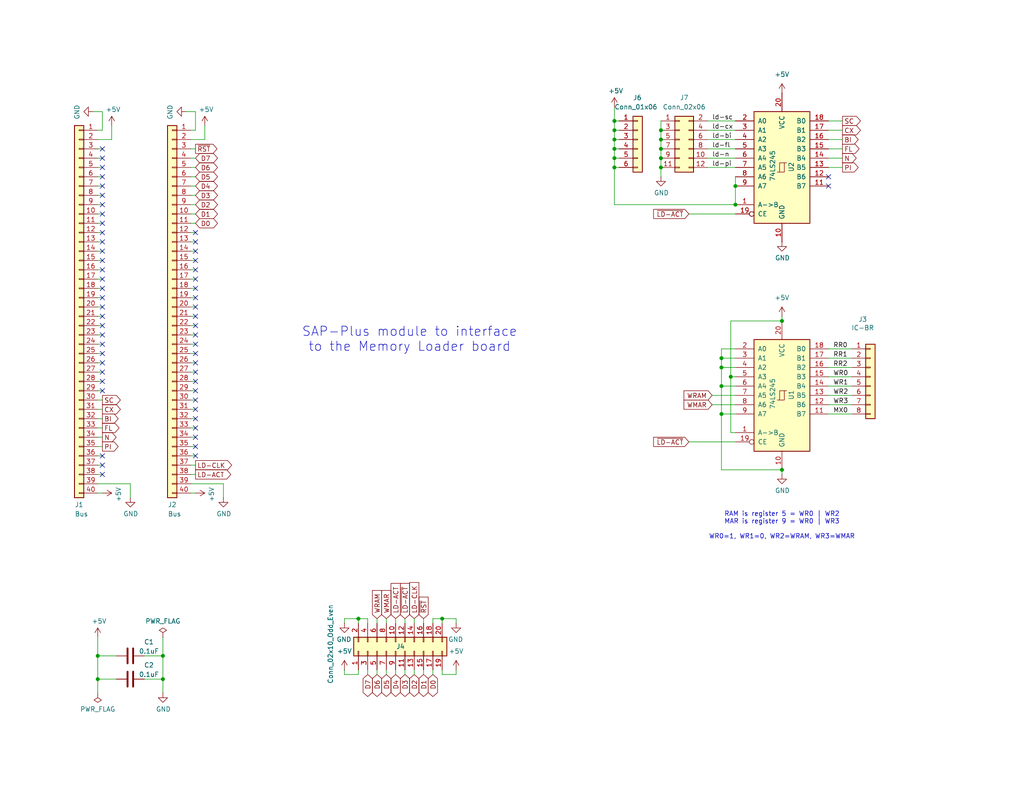
<source format=kicad_sch>
(kicad_sch (version 20231120) (generator "eeschema") (generator_version "8.0")
  (paper "USLetter")
  (title_block (title "Memory Loader Interface") (date "2025-03-27") (rev "1.0"))
  (lib_symbols
    (symbol "74xx:74LS245" (pin_names (offset 1.016))
      (property "Reference" "U" (at -7.62 16.51 0))
      (property "Value" "74LS245" (at -7.62 -16.51 0))
      (symbol "74LS245_1_0"
        (polyline (pts (xy -0.635 -1.27) (xy -0.635 1.27) (xy 0.635 1.27)))
        (polyline (pts (xy -1.27 -1.27) (xy 0.635 -1.27) (xy 0.635 1.27) (xy 1.27 1.27)))
        (pin input line (at -12.7 -10.16 0) (length 5.08) (name "A->B") (number "1"))
        (pin power_in line (at 0 -20.32 90) (length 5.08) (name "GND") (number "10"))
        (pin tri_state line (at 12.7 -5.08 180) (length 5.08) (name "B7") (number "11"))
        (pin tri_state line (at 12.7 -2.54 180) (length 5.08) (name "B6") (number "12"))
        (pin tri_state line (at 12.7 0 180) (length 5.08) (name "B5") (number "13"))
        (pin tri_state line (at 12.7 2.54 180) (length 5.08) (name "B4") (number "14"))
        (pin tri_state line (at 12.7 5.08 180) (length 5.08) (name "B3") (number "15"))
        (pin tri_state line (at 12.7 7.62 180) (length 5.08) (name "B2") (number "16"))
        (pin tri_state line (at 12.7 10.16 180) (length 5.08) (name "B1") (number "17"))
        (pin tri_state line (at 12.7 12.7 180) (length 5.08) (name "B0") (number "18"))
        (pin input inverted (at -12.7 -12.7 0) (length 5.08) (name "CE") (number "19"))
        (pin tri_state line (at -12.7 12.7 0) (length 5.08) (name "A0") (number "2"))
        (pin power_in line (at 0 20.32 270) (length 5.08) (name "VCC") (number "20"))
        (pin tri_state line (at -12.7 10.16 0) (length 5.08) (name "A1") (number "3"))
        (pin tri_state line (at -12.7 7.62 0) (length 5.08) (name "A2") (number "4"))
        (pin tri_state line (at -12.7 5.08 0) (length 5.08) (name "A3") (number "5"))
        (pin tri_state line (at -12.7 2.54 0) (length 5.08) (name "A4") (number "6"))
        (pin tri_state line (at -12.7 0 0) (length 5.08) (name "A5") (number "7"))
        (pin tri_state line (at -12.7 -2.54 0) (length 5.08) (name "A6") (number "8"))
        (pin tri_state line (at -12.7 -5.08 0) (length 5.08) (name "A7") (number "9"))
      )
      (symbol "74LS245_1_1"
        (rectangle (start -7.62 15.24) (end 7.62 -15.24) (stroke (width 0.254)) (fill (type background)))
      )
    )
    (symbol "Connector_Generic:Conn_01x06" (pin_names (offset 1.016) hide)
      (property "Reference" "J" (at 0 7.62 0))
      (property "Value" "Conn_01x06" (at 0 -10.16 0))
      (symbol "Conn_01x06_1_1"
        (rectangle (start -1.27 -7.493) (end 0 -7.747) (stroke (width 0.1524)))
        (rectangle (start -1.27 -4.953) (end 0 -5.207) (stroke (width 0.1524)))
        (rectangle (start -1.27 -2.413) (end 0 -2.667) (stroke (width 0.1524)))
        (rectangle (start -1.27 0.127) (end 0 -0.127) (stroke (width 0.1524)))
        (rectangle (start -1.27 2.667) (end 0 2.413) (stroke (width 0.1524)))
        (rectangle (start -1.27 5.207) (end 0 4.953) (stroke (width 0.1524)))
        (rectangle (start -1.27 6.35) (end 1.27 -8.89) (stroke (width 0.254)) (fill (type background)))
        (pin passive line (at -5.08 5.08 0) (length 3.81) (name "Pin_1") (number "1"))
        (pin passive line (at -5.08 2.54 0) (length 3.81) (name "Pin_2") (number "2"))
        (pin passive line (at -5.08 0 0) (length 3.81) (name "Pin_3") (number "3"))
        (pin passive line (at -5.08 -2.54 0) (length 3.81) (name "Pin_4") (number "4"))
        (pin passive line (at -5.08 -5.08 0) (length 3.81) (name "Pin_5") (number "5"))
        (pin passive line (at -5.08 -7.62 0) (length 3.81) (name "Pin_6") (number "6"))
      )
    )
    (symbol "Connector_Generic:Conn_01x08" (pin_names (offset 1.016) hide)
      (property "Reference" "J" (at 0 10.16 0))
      (property "Value" "Conn_01x08" (at 0 -12.7 0))
      (symbol "Conn_01x08_1_1"
        (rectangle (start -1.27 -10.033) (end 0 -10.287) (stroke (width 0.1524)))
        (rectangle (start -1.27 -7.493) (end 0 -7.747) (stroke (width 0.1524)))
        (rectangle (start -1.27 -4.953) (end 0 -5.207) (stroke (width 0.1524)))
        (rectangle (start -1.27 -2.413) (end 0 -2.667) (stroke (width 0.1524)))
        (rectangle (start -1.27 0.127) (end 0 -0.127) (stroke (width 0.1524)))
        (rectangle (start -1.27 2.667) (end 0 2.413) (stroke (width 0.1524)))
        (rectangle (start -1.27 5.207) (end 0 4.953) (stroke (width 0.1524)))
        (rectangle (start -1.27 7.747) (end 0 7.493) (stroke (width 0.1524)))
        (rectangle (start -1.27 8.89) (end 1.27 -11.43) (stroke (width 0.254)) (fill (type background)))
        (pin passive line (at -5.08 7.62 0) (length 3.81) (name "Pin_1") (number "1"))
        (pin passive line (at -5.08 5.08 0) (length 3.81) (name "Pin_2") (number "2"))
        (pin passive line (at -5.08 2.54 0) (length 3.81) (name "Pin_3") (number "3"))
        (pin passive line (at -5.08 0 0) (length 3.81) (name "Pin_4") (number "4"))
        (pin passive line (at -5.08 -2.54 0) (length 3.81) (name "Pin_5") (number "5"))
        (pin passive line (at -5.08 -5.08 0) (length 3.81) (name "Pin_6") (number "6"))
        (pin passive line (at -5.08 -7.62 0) (length 3.81) (name "Pin_7") (number "7"))
        (pin passive line (at -5.08 -10.16 0) (length 3.81) (name "Pin_8") (number "8"))
      )
    )
    (symbol "Connector_Generic:Conn_01x40" (pin_names (offset 1.016) hide)
      (property "Reference" "J" (at 0 50.8 0))
      (property "Value" "Conn_01x40" (at 0 -53.34 0))
      (symbol "Conn_01x40_1_1"
        (rectangle (start -1.27 -50.673) (end 0 -50.927) (stroke (width 0.1524)))
        (rectangle (start -1.27 -48.133) (end 0 -48.387) (stroke (width 0.1524)))
        (rectangle (start -1.27 -45.593) (end 0 -45.847) (stroke (width 0.1524)))
        (rectangle (start -1.27 -43.053) (end 0 -43.307) (stroke (width 0.1524)))
        (rectangle (start -1.27 -40.513) (end 0 -40.767) (stroke (width 0.1524)))
        (rectangle (start -1.27 -37.973) (end 0 -38.227) (stroke (width 0.1524)))
        (rectangle (start -1.27 -35.433) (end 0 -35.687) (stroke (width 0.1524)))
        (rectangle (start -1.27 -32.893) (end 0 -33.147) (stroke (width 0.1524)))
        (rectangle (start -1.27 -30.353) (end 0 -30.607) (stroke (width 0.1524)))
        (rectangle (start -1.27 -27.813) (end 0 -28.067) (stroke (width 0.1524)))
        (rectangle (start -1.27 -25.273) (end 0 -25.527) (stroke (width 0.1524)))
        (rectangle (start -1.27 -22.733) (end 0 -22.987) (stroke (width 0.1524)))
        (rectangle (start -1.27 -20.193) (end 0 -20.447) (stroke (width 0.1524)))
        (rectangle (start -1.27 -17.653) (end 0 -17.907) (stroke (width 0.1524)))
        (rectangle (start -1.27 -15.113) (end 0 -15.367) (stroke (width 0.1524)))
        (rectangle (start -1.27 -12.573) (end 0 -12.827) (stroke (width 0.1524)))
        (rectangle (start -1.27 -10.033) (end 0 -10.287) (stroke (width 0.1524)))
        (rectangle (start -1.27 -7.493) (end 0 -7.747) (stroke (width 0.1524)))
        (rectangle (start -1.27 -4.953) (end 0 -5.207) (stroke (width 0.1524)))
        (rectangle (start -1.27 -2.413) (end 0 -2.667) (stroke (width 0.1524)))
        (rectangle (start -1.27 0.127) (end 0 -0.127) (stroke (width 0.1524)))
        (rectangle (start -1.27 2.667) (end 0 2.413) (stroke (width 0.1524)))
        (rectangle (start -1.27 5.207) (end 0 4.953) (stroke (width 0.1524)))
        (rectangle (start -1.27 7.747) (end 0 7.493) (stroke (width 0.1524)))
        (rectangle (start -1.27 10.287) (end 0 10.033) (stroke (width 0.1524)))
        (rectangle (start -1.27 12.827) (end 0 12.573) (stroke (width 0.1524)))
        (rectangle (start -1.27 15.367) (end 0 15.113) (stroke (width 0.1524)))
        (rectangle (start -1.27 17.907) (end 0 17.653) (stroke (width 0.1524)))
        (rectangle (start -1.27 20.447) (end 0 20.193) (stroke (width 0.1524)))
        (rectangle (start -1.27 22.987) (end 0 22.733) (stroke (width 0.1524)))
        (rectangle (start -1.27 25.527) (end 0 25.273) (stroke (width 0.1524)))
        (rectangle (start -1.27 28.067) (end 0 27.813) (stroke (width 0.1524)))
        (rectangle (start -1.27 30.607) (end 0 30.353) (stroke (width 0.1524)))
        (rectangle (start -1.27 33.147) (end 0 32.893) (stroke (width 0.1524)))
        (rectangle (start -1.27 35.687) (end 0 35.433) (stroke (width 0.1524)))
        (rectangle (start -1.27 38.227) (end 0 37.973) (stroke (width 0.1524)))
        (rectangle (start -1.27 40.767) (end 0 40.513) (stroke (width 0.1524)))
        (rectangle (start -1.27 43.307) (end 0 43.053) (stroke (width 0.1524)))
        (rectangle (start -1.27 45.847) (end 0 45.593) (stroke (width 0.1524)))
        (rectangle (start -1.27 48.387) (end 0 48.133) (stroke (width 0.1524)))
        (rectangle (start -1.27 49.53) (end 1.27 -52.07) (stroke (width 0.254)) (fill (type background)))
        (pin passive line (at -5.08 48.26 0) (length 3.81) (name "Pin_1") (number "1"))
        (pin passive line (at -5.08 25.4 0) (length 3.81) (name "Pin_10") (number "10"))
        (pin passive line (at -5.08 22.86 0) (length 3.81) (name "Pin_11") (number "11"))
        (pin passive line (at -5.08 20.32 0) (length 3.81) (name "Pin_12") (number "12"))
        (pin passive line (at -5.08 17.78 0) (length 3.81) (name "Pin_13") (number "13"))
        (pin passive line (at -5.08 15.24 0) (length 3.81) (name "Pin_14") (number "14"))
        (pin passive line (at -5.08 12.7 0) (length 3.81) (name "Pin_15") (number "15"))
        (pin passive line (at -5.08 10.16 0) (length 3.81) (name "Pin_16") (number "16"))
        (pin passive line (at -5.08 7.62 0) (length 3.81) (name "Pin_17") (number "17"))
        (pin passive line (at -5.08 5.08 0) (length 3.81) (name "Pin_18") (number "18"))
        (pin passive line (at -5.08 2.54 0) (length 3.81) (name "Pin_19") (number "19"))
        (pin passive line (at -5.08 45.72 0) (length 3.81) (name "Pin_2") (number "2"))
        (pin passive line (at -5.08 0 0) (length 3.81) (name "Pin_20") (number "20"))
        (pin passive line (at -5.08 -2.54 0) (length 3.81) (name "Pin_21") (number "21"))
        (pin passive line (at -5.08 -5.08 0) (length 3.81) (name "Pin_22") (number "22"))
        (pin passive line (at -5.08 -7.62 0) (length 3.81) (name "Pin_23") (number "23"))
        (pin passive line (at -5.08 -10.16 0) (length 3.81) (name "Pin_24") (number "24"))
        (pin passive line (at -5.08 -12.7 0) (length 3.81) (name "Pin_25") (number "25"))
        (pin passive line (at -5.08 -15.24 0) (length 3.81) (name "Pin_26") (number "26"))
        (pin passive line (at -5.08 -17.78 0) (length 3.81) (name "Pin_27") (number "27"))
        (pin passive line (at -5.08 -20.32 0) (length 3.81) (name "Pin_28") (number "28"))
        (pin passive line (at -5.08 -22.86 0) (length 3.81) (name "Pin_29") (number "29"))
        (pin passive line (at -5.08 43.18 0) (length 3.81) (name "Pin_3") (number "3"))
        (pin passive line (at -5.08 -25.4 0) (length 3.81) (name "Pin_30") (number "30"))
        (pin passive line (at -5.08 -27.94 0) (length 3.81) (name "Pin_31") (number "31"))
        (pin passive line (at -5.08 -30.48 0) (length 3.81) (name "Pin_32") (number "32"))
        (pin passive line (at -5.08 -33.02 0) (length 3.81) (name "Pin_33") (number "33"))
        (pin passive line (at -5.08 -35.56 0) (length 3.81) (name "Pin_34") (number "34"))
        (pin passive line (at -5.08 -38.1 0) (length 3.81) (name "Pin_35") (number "35"))
        (pin passive line (at -5.08 -40.64 0) (length 3.81) (name "Pin_36") (number "36"))
        (pin passive line (at -5.08 -43.18 0) (length 3.81) (name "Pin_37") (number "37"))
        (pin passive line (at -5.08 -45.72 0) (length 3.81) (name "Pin_38") (number "38"))
        (pin passive line (at -5.08 -48.26 0) (length 3.81) (name "Pin_39") (number "39"))
        (pin passive line (at -5.08 40.64 0) (length 3.81) (name "Pin_4") (number "4"))
        (pin passive line (at -5.08 -50.8 0) (length 3.81) (name "Pin_40") (number "40"))
        (pin passive line (at -5.08 38.1 0) (length 3.81) (name "Pin_5") (number "5"))
        (pin passive line (at -5.08 35.56 0) (length 3.81) (name "Pin_6") (number "6"))
        (pin passive line (at -5.08 33.02 0) (length 3.81) (name "Pin_7") (number "7"))
        (pin passive line (at -5.08 30.48 0) (length 3.81) (name "Pin_8") (number "8"))
        (pin passive line (at -5.08 27.94 0) (length 3.81) (name "Pin_9") (number "9"))
      )
    )
    (symbol "Connector_Generic:Conn_02x06_Odd_Even" (pin_names (offset 1.016) hide)
      (property "Reference" "J" (at 1.27 7.62 0))
      (property "Value" "Conn_02x06_Odd_Even" (at 1.27 -10.16 0))
      (symbol "Conn_02x06_Odd_Even_1_1"
        (rectangle (start -1.27 -7.493) (end 0 -7.747) (stroke (width 0.1524)))
        (rectangle (start -1.27 -4.953) (end 0 -5.207) (stroke (width 0.1524)))
        (rectangle (start -1.27 -2.413) (end 0 -2.667) (stroke (width 0.1524)))
        (rectangle (start -1.27 0.127) (end 0 -0.127) (stroke (width 0.1524)))
        (rectangle (start -1.27 2.667) (end 0 2.413) (stroke (width 0.1524)))
        (rectangle (start -1.27 5.207) (end 0 4.953) (stroke (width 0.1524)))
        (rectangle (start -1.27 6.35) (end 3.81 -8.89) (stroke (width 0.254)) (fill (type background)))
        (rectangle (start 3.81 -7.493) (end 2.54 -7.747) (stroke (width 0.1524)))
        (rectangle (start 3.81 -4.953) (end 2.54 -5.207) (stroke (width 0.1524)))
        (rectangle (start 3.81 -2.413) (end 2.54 -2.667) (stroke (width 0.1524)))
        (rectangle (start 3.81 0.127) (end 2.54 -0.127) (stroke (width 0.1524)))
        (rectangle (start 3.81 2.667) (end 2.54 2.413) (stroke (width 0.1524)))
        (rectangle (start 3.81 5.207) (end 2.54 4.953) (stroke (width 0.1524)))
        (pin passive line (at -5.08 5.08 0) (length 3.81) (name "Pin_1") (number "1"))
        (pin passive line (at 7.62 -5.08 180) (length 3.81) (name "Pin_10") (number "10"))
        (pin passive line (at -5.08 -7.62 0) (length 3.81) (name "Pin_11") (number "11"))
        (pin passive line (at 7.62 -7.62 180) (length 3.81) (name "Pin_12") (number "12"))
        (pin passive line (at 7.62 5.08 180) (length 3.81) (name "Pin_2") (number "2"))
        (pin passive line (at -5.08 2.54 0) (length 3.81) (name "Pin_3") (number "3"))
        (pin passive line (at 7.62 2.54 180) (length 3.81) (name "Pin_4") (number "4"))
        (pin passive line (at -5.08 0 0) (length 3.81) (name "Pin_5") (number "5"))
        (pin passive line (at 7.62 0 180) (length 3.81) (name "Pin_6") (number "6"))
        (pin passive line (at -5.08 -2.54 0) (length 3.81) (name "Pin_7") (number "7"))
        (pin passive line (at 7.62 -2.54 180) (length 3.81) (name "Pin_8") (number "8"))
        (pin passive line (at -5.08 -5.08 0) (length 3.81) (name "Pin_9") (number "9"))
      )
    )
    (symbol "Connector_Generic:Conn_02x10_Odd_Even" (pin_names (offset 1.016) hide)
      (property "Reference" "J" (at 1.27 12.7 0))
      (property "Value" "Conn_02x10_Odd_Even" (at 1.27 -15.24 0))
      (symbol "Conn_02x10_Odd_Even_1_1"
        (rectangle (start -1.27 -12.573) (end 0 -12.827) (stroke (width 0.1524)))
        (rectangle (start -1.27 -10.033) (end 0 -10.287) (stroke (width 0.1524)))
        (rectangle (start -1.27 -7.493) (end 0 -7.747) (stroke (width 0.1524)))
        (rectangle (start -1.27 -4.953) (end 0 -5.207) (stroke (width 0.1524)))
        (rectangle (start -1.27 -2.413) (end 0 -2.667) (stroke (width 0.1524)))
        (rectangle (start -1.27 0.127) (end 0 -0.127) (stroke (width 0.1524)))
        (rectangle (start -1.27 2.667) (end 0 2.413) (stroke (width 0.1524)))
        (rectangle (start -1.27 5.207) (end 0 4.953) (stroke (width 0.1524)))
        (rectangle (start -1.27 7.747) (end 0 7.493) (stroke (width 0.1524)))
        (rectangle (start -1.27 10.287) (end 0 10.033) (stroke (width 0.1524)))
        (rectangle (start -1.27 11.43) (end 3.81 -13.97) (stroke (width 0.254)) (fill (type background)))
        (rectangle (start 3.81 -12.573) (end 2.54 -12.827) (stroke (width 0.1524)))
        (rectangle (start 3.81 -10.033) (end 2.54 -10.287) (stroke (width 0.1524)))
        (rectangle (start 3.81 -7.493) (end 2.54 -7.747) (stroke (width 0.1524)))
        (rectangle (start 3.81 -4.953) (end 2.54 -5.207) (stroke (width 0.1524)))
        (rectangle (start 3.81 -2.413) (end 2.54 -2.667) (stroke (width 0.1524)))
        (rectangle (start 3.81 0.127) (end 2.54 -0.127) (stroke (width 0.1524)))
        (rectangle (start 3.81 2.667) (end 2.54 2.413) (stroke (width 0.1524)))
        (rectangle (start 3.81 5.207) (end 2.54 4.953) (stroke (width 0.1524)))
        (rectangle (start 3.81 7.747) (end 2.54 7.493) (stroke (width 0.1524)))
        (rectangle (start 3.81 10.287) (end 2.54 10.033) (stroke (width 0.1524)))
        (pin passive line (at -5.08 10.16 0) (length 3.81) (name "Pin_1") (number "1"))
        (pin passive line (at 7.62 0 180) (length 3.81) (name "Pin_10") (number "10"))
        (pin passive line (at -5.08 -2.54 0) (length 3.81) (name "Pin_11") (number "11"))
        (pin passive line (at 7.62 -2.54 180) (length 3.81) (name "Pin_12") (number "12"))
        (pin passive line (at -5.08 -5.08 0) (length 3.81) (name "Pin_13") (number "13"))
        (pin passive line (at 7.62 -5.08 180) (length 3.81) (name "Pin_14") (number "14"))
        (pin passive line (at -5.08 -7.62 0) (length 3.81) (name "Pin_15") (number "15"))
        (pin passive line (at 7.62 -7.62 180) (length 3.81) (name "Pin_16") (number "16"))
        (pin passive line (at -5.08 -10.16 0) (length 3.81) (name "Pin_17") (number "17"))
        (pin passive line (at 7.62 -10.16 180) (length 3.81) (name "Pin_18") (number "18"))
        (pin passive line (at -5.08 -12.7 0) (length 3.81) (name "Pin_19") (number "19"))
        (pin passive line (at 7.62 10.16 180) (length 3.81) (name "Pin_2") (number "2"))
        (pin passive line (at 7.62 -12.7 180) (length 3.81) (name "Pin_20") (number "20"))
        (pin passive line (at -5.08 7.62 0) (length 3.81) (name "Pin_3") (number "3"))
        (pin passive line (at 7.62 7.62 180) (length 3.81) (name "Pin_4") (number "4"))
        (pin passive line (at -5.08 5.08 0) (length 3.81) (name "Pin_5") (number "5"))
        (pin passive line (at 7.62 5.08 180) (length 3.81) (name "Pin_6") (number "6"))
        (pin passive line (at -5.08 2.54 0) (length 3.81) (name "Pin_7") (number "7"))
        (pin passive line (at 7.62 2.54 180) (length 3.81) (name "Pin_8") (number "8"))
        (pin passive line (at -5.08 0 0) (length 3.81) (name "Pin_9") (number "9"))
      )
    )
    (symbol "Device:C" (pin_numbers hide) (pin_names (offset 0.254))
      (property "Reference" "C" (at 0.635 2.54 0))
      (property "Value" "C" (at 0.635 -2.54 0))
      (symbol "C_0_1"
        (polyline (pts (xy -2.032 -0.762) (xy 2.032 -0.762)) (stroke (width 0.508)))
        (polyline (pts (xy -2.032 0.762) (xy 2.032 0.762)) (stroke (width 0.508)))
      )
      (symbol "C_1_1"
        (pin passive line (at 0 3.81 270) (length 2.794) (name "~") (number "1"))
        (pin passive line (at 0 -3.81 90) (length 2.794) (name "~") (number "2"))
      )
    )
    (symbol "power:+5V" (power) (pin_numbers hide) (pin_names (offset 0) hide)
      (property "Value" "+5V" (at 0 3.556 0))
      (symbol "+5V_0_1"
        (polyline (pts (xy -0.762 1.27) (xy 0 2.54)))
        (polyline (pts (xy 0 0) (xy 0 2.54)))
        (polyline (pts (xy 0 2.54) (xy 0.762 1.27)))
      )
      (symbol "+5V_1_1"
        (pin power_in line (at 0 0 90) (length 0) (name "~") (number "1"))
      )
    )
    (symbol "power:GND" (power) (pin_numbers hide) (pin_names (offset 0) hide)
      (property "Value" "GND" (at 0 -3.81 0))
      (symbol "GND_0_1"
        (polyline (pts (xy 0 0) (xy 0 -1.27) (xy 1.27 -1.27) (xy 0 -2.54) (xy -1.27 -1.27) (xy 0 -1.27)))
      )
      (symbol "GND_1_1"
        (pin power_in line (at 0 0 270) (length 0) (name "~") (number "1"))
      )
    )
    (symbol "power:PWR_FLAG" (power) (pin_numbers hide) (pin_names (offset 0) hide)
      (property "Value" "PWR_FLAG" (at 0 3.81 0))
      (symbol "PWR_FLAG_0_0"
        (pin power_out line (at 0 0 90) (length 0) (name "~") (number "1"))
      )
      (symbol "PWR_FLAG_0_1"
        (polyline (pts (xy 0 0) (xy 0 1.27) (xy -1.016 1.905) (xy 0 2.54) (xy 1.016 1.905) (xy 0 1.27)))
      )
    )
  )
  (junction (at 196.85 105.41))
  (junction (at 196.85 113.03))
  (junction (at 180.34 45.72))
  (junction (at 26.67 179.07))
  (junction (at 199.39 102.87))
  (junction (at 44.45 179.07))
  (junction (at 180.34 43.18))
  (junction (at 196.85 97.79))
  (junction (at 213.36 87.63))
  (junction (at 167.64 43.18))
  (junction (at 167.64 45.72))
  (junction (at 26.67 185.42))
  (junction (at 180.34 35.56))
  (junction (at 167.64 40.64))
  (junction (at 167.64 38.1))
  (junction (at 200.66 50.8))
  (junction (at 196.85 100.33))
  (junction (at 44.45 185.42))
  (junction (at 97.79 168.91))
  (junction (at 120.65 168.91))
  (junction (at 180.34 40.64))
  (junction (at 167.64 33.02))
  (junction (at 167.64 35.56))
  (junction (at 200.66 55.88))
  (junction (at 213.36 128.27))
  (junction (at 180.34 38.1))
  (no_connect (at 53.34 119.38))
  (no_connect (at 53.34 101.6))
  (no_connect (at 27.94 101.6))
  (no_connect (at 53.34 121.92))
  (no_connect (at 53.34 86.36))
  (no_connect (at 53.34 93.98))
  (no_connect (at 27.94 73.66))
  (no_connect (at 53.34 116.84))
  (no_connect (at 27.94 55.88))
  (no_connect (at 27.94 96.52))
  (no_connect (at 53.34 106.68))
  (no_connect (at 53.34 73.66))
  (no_connect (at 27.94 83.82))
  (no_connect (at 53.34 71.12))
  (no_connect (at 27.94 60.96))
  (no_connect (at 27.94 40.64))
  (no_connect (at 27.94 99.06))
  (no_connect (at 53.34 78.74))
  (no_connect (at 27.94 81.28))
  (no_connect (at 27.94 48.26))
  (no_connect (at 53.34 109.22))
  (no_connect (at 27.94 68.58))
  (no_connect (at 27.94 50.8))
  (no_connect (at 226.06 50.8))
  (no_connect (at 53.34 124.46))
  (no_connect (at 226.06 48.26))
  (no_connect (at 53.34 63.5))
  (no_connect (at 27.94 93.98))
  (no_connect (at 53.34 76.2))
  (no_connect (at 53.34 91.44))
  (no_connect (at 27.94 86.36))
  (no_connect (at 27.94 53.34))
  (no_connect (at 27.94 58.42))
  (no_connect (at 53.34 96.52))
  (no_connect (at 53.34 104.14))
  (no_connect (at 53.34 83.82))
  (no_connect (at 53.34 68.58))
  (no_connect (at 27.94 106.68))
  (no_connect (at 27.94 124.46))
  (no_connect (at 53.34 66.04))
  (no_connect (at 27.94 104.14))
  (no_connect (at 27.94 129.54))
  (no_connect (at 27.94 45.72))
  (no_connect (at 27.94 76.2))
  (no_connect (at 53.34 114.3))
  (no_connect (at 27.94 88.9))
  (no_connect (at 27.94 71.12))
  (no_connect (at 27.94 66.04))
  (no_connect (at 27.94 78.74))
  (no_connect (at 27.94 43.18))
  (no_connect (at 53.34 99.06))
  (no_connect (at 53.34 81.28))
  (no_connect (at 27.94 91.44))
  (no_connect (at 27.94 127))
  (no_connect (at 53.34 88.9))
  (no_connect (at 27.94 63.5))
  (no_connect (at 53.34 111.76))
  (wire (pts (xy 229.87 40.64) (xy 226.06 40.64)))
  (wire (pts (xy 53.34 106.68) (xy 52.07 106.68)))
  (wire (pts (xy 180.34 43.18) (xy 180.34 45.72)))
  (wire (pts (xy 187.96 120.65) (xy 200.66 120.65)))
  (wire (pts (xy 26.67 173.99) (xy 26.67 179.07)))
  (wire (pts (xy 26.67 38.1) (xy 30.48 38.1)))
  (wire (pts (xy 180.34 35.56) (xy 180.34 38.1)))
  (wire (pts (xy 27.94 53.34) (xy 26.67 53.34)))
  (wire (pts (xy 26.67 132.08) (xy 35.56 132.08)))
  (wire (pts (xy 194.31 107.95) (xy 200.66 107.95)))
  (wire (pts (xy 27.94 109.22) (xy 26.67 109.22)))
  (wire (pts (xy 196.85 100.33) (xy 196.85 105.41)))
  (wire (pts (xy 167.64 33.02) (xy 167.64 35.56)))
  (wire (pts (xy 53.34 93.98) (xy 52.07 93.98)))
  (wire (pts (xy 53.34 81.28) (xy 52.07 81.28)))
  (wire (pts (xy 53.34 83.82) (xy 52.07 83.82)))
  (wire (pts (xy 168.91 45.72) (xy 167.64 45.72)))
  (wire (pts (xy 120.65 168.91) (xy 120.65 170.18)))
  (wire (pts (xy 27.94 111.76) (xy 26.67 111.76)))
  (wire (pts (xy 52.07 121.92) (xy 53.34 121.92)))
  (wire (pts (xy 27.94 48.26) (xy 26.67 48.26)))
  (wire (pts (xy 53.34 134.62) (xy 52.07 134.62)))
  (wire (pts (xy 44.45 185.42) (xy 44.45 189.23)))
  (wire (pts (xy 167.64 38.1) (xy 167.64 40.64)))
  (wire (pts (xy 110.49 170.18) (xy 110.49 168.91)))
  (wire (pts (xy 120.65 184.15) (xy 120.65 182.88)))
  (wire (pts (xy 229.87 45.72) (xy 226.06 45.72)))
  (wire (pts (xy 39.37 179.07) (xy 44.45 179.07)))
  (wire (pts (xy 26.67 76.2) (xy 27.94 76.2)))
  (wire (pts (xy 97.79 168.91) (xy 100.33 168.91)))
  (wire (pts (xy 193.04 40.64) (xy 200.66 40.64)))
  (wire (pts (xy 226.06 97.79) (xy 232.41 97.79)))
  (wire (pts (xy 213.36 129.54) (xy 213.36 128.27)))
  (wire (pts (xy 27.94 35.56) (xy 26.67 35.56)))
  (wire (pts (xy 53.34 96.52) (xy 52.07 96.52)))
  (wire (pts (xy 97.79 170.18) (xy 97.79 168.91)))
  (wire (pts (xy 27.94 50.8) (xy 26.67 50.8)))
  (wire (pts (xy 26.67 185.42) (xy 26.67 189.23)))
  (wire (pts (xy 196.85 128.27) (xy 213.36 128.27)))
  (wire (pts (xy 97.79 182.88) (xy 97.79 184.15)))
  (wire (pts (xy 52.07 119.38) (xy 53.34 119.38)))
  (wire (pts (xy 113.03 184.15) (xy 113.03 182.88)))
  (wire (pts (xy 105.41 184.15) (xy 105.41 182.88)))
  (wire (pts (xy 53.34 88.9) (xy 52.07 88.9)))
  (wire (pts (xy 27.94 66.04) (xy 26.67 66.04)))
  (wire (pts (xy 60.96 132.08) (xy 60.96 135.89)))
  (wire (pts (xy 27.94 106.68) (xy 26.67 106.68)))
  (wire (pts (xy 124.46 184.15) (xy 120.65 184.15)))
  (wire (pts (xy 27.94 73.66) (xy 26.67 73.66)))
  (wire (pts (xy 199.39 102.87) (xy 199.39 87.63)))
  (wire (pts (xy 124.46 168.91) (xy 124.46 170.18)))
  (wire (pts (xy 44.45 179.07) (xy 44.45 185.42)))
  (wire (pts (xy 26.67 78.74) (xy 27.94 78.74)))
  (wire (pts (xy 226.06 35.56) (xy 229.87 35.56)))
  (wire (pts (xy 53.34 40.64) (xy 52.07 40.64)))
  (wire (pts (xy 97.79 184.15) (xy 93.98 184.15)))
  (wire (pts (xy 196.85 97.79) (xy 196.85 100.33)))
  (wire (pts (xy 168.91 43.18) (xy 167.64 43.18)))
  (wire (pts (xy 31.75 185.42) (xy 26.67 185.42)))
  (wire (pts (xy 27.94 93.98) (xy 26.67 93.98)))
  (wire (pts (xy 53.34 71.12) (xy 52.07 71.12)))
  (wire (pts (xy 27.94 45.72) (xy 26.67 45.72)))
  (wire (pts (xy 196.85 95.25) (xy 196.85 97.79)))
  (wire (pts (xy 27.94 40.64) (xy 26.67 40.64)))
  (wire (pts (xy 52.07 129.54) (xy 53.34 129.54)))
  (wire (pts (xy 27.94 114.3) (xy 26.67 114.3)))
  (wire (pts (xy 193.04 43.18) (xy 200.66 43.18)))
  (wire (pts (xy 193.04 45.72) (xy 200.66 45.72)))
  (wire (pts (xy 167.64 43.18) (xy 167.64 45.72)))
  (wire (pts (xy 167.64 55.88) (xy 200.66 55.88)))
  (wire (pts (xy 27.94 88.9) (xy 26.67 88.9)))
  (wire (pts (xy 226.06 33.02) (xy 229.87 33.02)))
  (wire (pts (xy 53.34 55.88) (xy 52.07 55.88)))
  (wire (pts (xy 226.06 102.87) (xy 232.41 102.87)))
  (wire (pts (xy 199.39 102.87) (xy 199.39 118.11)))
  (wire (pts (xy 193.04 33.02) (xy 200.66 33.02)))
  (wire (pts (xy 53.34 111.76) (xy 52.07 111.76)))
  (wire (pts (xy 27.94 81.28) (xy 26.67 81.28)))
  (wire (pts (xy 93.98 168.91) (xy 93.98 170.18)))
  (wire (pts (xy 53.34 109.22) (xy 52.07 109.22)))
  (wire (pts (xy 27.94 58.42) (xy 26.67 58.42)))
  (wire (pts (xy 53.34 73.66) (xy 52.07 73.66)))
  (wire (pts (xy 199.39 118.11) (xy 200.66 118.11)))
  (wire (pts (xy 26.67 101.6) (xy 27.94 101.6)))
  (wire (pts (xy 196.85 113.03) (xy 196.85 128.27)))
  (wire (pts (xy 27.94 68.58) (xy 26.67 68.58)))
  (wire (pts (xy 26.67 179.07) (xy 26.67 185.42)))
  (wire (pts (xy 196.85 105.41) (xy 196.85 113.03)))
  (wire (pts (xy 180.34 33.02) (xy 180.34 35.56)))
  (wire (pts (xy 27.94 55.88) (xy 26.67 55.88)))
  (wire (pts (xy 229.87 38.1) (xy 226.06 38.1)))
  (wire (pts (xy 115.57 184.15) (xy 115.57 182.88)))
  (wire (pts (xy 53.34 48.26) (xy 52.07 48.26)))
  (wire (pts (xy 52.07 78.74) (xy 53.34 78.74)))
  (wire (pts (xy 107.95 184.15) (xy 107.95 182.88)))
  (wire (pts (xy 52.07 127) (xy 53.34 127)))
  (wire (pts (xy 200.66 48.26) (xy 200.66 50.8)))
  (wire (pts (xy 226.06 105.41) (xy 232.41 105.41)))
  (wire (pts (xy 52.07 132.08) (xy 60.96 132.08)))
  (wire (pts (xy 27.94 91.44) (xy 26.67 91.44)))
  (wire (pts (xy 52.07 76.2) (xy 53.34 76.2)))
  (wire (pts (xy 27.94 83.82) (xy 26.67 83.82)))
  (wire (pts (xy 53.34 66.04) (xy 52.07 66.04)))
  (wire (pts (xy 180.34 48.26) (xy 180.34 45.72)))
  (wire (pts (xy 226.06 100.33) (xy 232.41 100.33)))
  (wire (pts (xy 53.34 53.34) (xy 52.07 53.34)))
  (wire (pts (xy 53.34 104.14) (xy 52.07 104.14)))
  (wire (pts (xy 53.34 43.18) (xy 52.07 43.18)))
  (wire (pts (xy 226.06 110.49) (xy 232.41 110.49)))
  (wire (pts (xy 167.64 40.64) (xy 167.64 43.18)))
  (wire (pts (xy 53.34 30.48) (xy 53.34 35.56)))
  (wire (pts (xy 27.94 60.96) (xy 26.67 60.96)))
  (wire (pts (xy 25.4 30.48) (xy 27.94 30.48)))
  (wire (pts (xy 26.67 124.46) (xy 27.94 124.46)))
  (wire (pts (xy 193.04 35.56) (xy 200.66 35.56)))
  (wire (pts (xy 26.67 129.54) (xy 27.94 129.54)))
  (wire (pts (xy 53.34 114.3) (xy 52.07 114.3)))
  (wire (pts (xy 107.95 170.18) (xy 107.95 168.91)))
  (wire (pts (xy 93.98 184.15) (xy 93.98 182.88)))
  (wire (pts (xy 30.48 34.29) (xy 30.48 38.1)))
  (wire (pts (xy 187.96 58.42) (xy 200.66 58.42)))
  (wire (pts (xy 53.34 58.42) (xy 52.07 58.42)))
  (wire (pts (xy 55.88 34.29) (xy 55.88 38.1)))
  (wire (pts (xy 53.34 86.36) (xy 52.07 86.36)))
  (wire (pts (xy 168.91 33.02) (xy 167.64 33.02)))
  (wire (pts (xy 229.87 43.18) (xy 226.06 43.18)))
  (wire (pts (xy 27.94 43.18) (xy 26.67 43.18)))
  (wire (pts (xy 26.67 119.38) (xy 27.94 119.38)))
  (wire (pts (xy 167.64 35.56) (xy 167.64 38.1)))
  (wire (pts (xy 110.49 184.15) (xy 110.49 182.88)))
  (wire (pts (xy 52.07 38.1) (xy 55.88 38.1)))
  (wire (pts (xy 113.03 170.18) (xy 113.03 168.91)))
  (wire (pts (xy 39.37 185.42) (xy 44.45 185.42)))
  (wire (pts (xy 53.34 45.72) (xy 52.07 45.72)))
  (wire (pts (xy 124.46 182.88) (xy 124.46 184.15)))
  (wire (pts (xy 199.39 87.63) (xy 213.36 87.63)))
  (wire (pts (xy 27.94 63.5) (xy 26.67 63.5)))
  (wire (pts (xy 93.98 168.91) (xy 97.79 168.91)))
  (wire (pts (xy 213.36 86.36) (xy 213.36 87.63)))
  (wire (pts (xy 168.91 35.56) (xy 167.64 35.56)))
  (wire (pts (xy 200.66 50.8) (xy 200.66 55.88)))
  (wire (pts (xy 118.11 184.15) (xy 118.11 182.88)))
  (wire (pts (xy 196.85 97.79) (xy 200.66 97.79)))
  (wire (pts (xy 167.64 45.72) (xy 167.64 55.88)))
  (wire (pts (xy 193.04 38.1) (xy 200.66 38.1)))
  (wire (pts (xy 27.94 86.36) (xy 26.67 86.36)))
  (wire (pts (xy 26.67 121.92) (xy 27.94 121.92)))
  (wire (pts (xy 120.65 168.91) (xy 124.46 168.91)))
  (wire (pts (xy 53.34 99.06) (xy 52.07 99.06)))
  (wire (pts (xy 196.85 95.25) (xy 200.66 95.25)))
  (wire (pts (xy 118.11 168.91) (xy 118.11 170.18)))
  (wire (pts (xy 53.34 35.56) (xy 52.07 35.56)))
  (wire (pts (xy 199.39 102.87) (xy 200.66 102.87)))
  (wire (pts (xy 168.91 38.1) (xy 167.64 38.1)))
  (wire (pts (xy 102.87 184.15) (xy 102.87 182.88)))
  (wire (pts (xy 194.31 110.49) (xy 200.66 110.49)))
  (wire (pts (xy 52.07 124.46) (xy 53.34 124.46)))
  (wire (pts (xy 31.75 179.07) (xy 26.67 179.07)))
  (wire (pts (xy 226.06 107.95) (xy 232.41 107.95)))
  (wire (pts (xy 100.33 184.15) (xy 100.33 182.88)))
  (wire (pts (xy 53.34 116.84) (xy 52.07 116.84)))
  (wire (pts (xy 196.85 105.41) (xy 200.66 105.41)))
  (wire (pts (xy 44.45 173.99) (xy 44.45 179.07)))
  (wire (pts (xy 180.34 40.64) (xy 180.34 43.18)))
  (wire (pts (xy 27.94 96.52) (xy 26.67 96.52)))
  (wire (pts (xy 100.33 168.91) (xy 100.33 170.18)))
  (wire (pts (xy 35.56 132.08) (xy 35.56 135.89)))
  (wire (pts (xy 200.66 113.03) (xy 196.85 113.03)))
  (wire (pts (xy 27.94 104.14) (xy 26.67 104.14)))
  (wire (pts (xy 226.06 95.25) (xy 232.41 95.25)))
  (wire (pts (xy 196.85 100.33) (xy 200.66 100.33)))
  (wire (pts (xy 53.34 91.44) (xy 52.07 91.44)))
  (wire (pts (xy 27.94 99.06) (xy 26.67 99.06)))
  (wire (pts (xy 27.94 116.84) (xy 26.67 116.84)))
  (wire (pts (xy 27.94 30.48) (xy 27.94 35.56)))
  (wire (pts (xy 53.34 68.58) (xy 52.07 68.58)))
  (wire (pts (xy 50.8 30.48) (xy 53.34 30.48)))
  (wire (pts (xy 27.94 134.62) (xy 26.67 134.62)))
  (wire (pts (xy 115.57 170.18) (xy 115.57 168.91)))
  (wire (pts (xy 26.67 127) (xy 27.94 127)))
  (wire (pts (xy 52.07 101.6) (xy 53.34 101.6)))
  (wire (pts (xy 167.64 29.21) (xy 167.64 33.02)))
  (wire (pts (xy 53.34 60.96) (xy 52.07 60.96)))
  (wire (pts (xy 53.34 50.8) (xy 52.07 50.8)))
  (wire (pts (xy 118.11 168.91) (xy 120.65 168.91)))
  (wire (pts (xy 168.91 40.64) (xy 167.64 40.64)))
  (wire (pts (xy 226.06 113.03) (xy 232.41 113.03)))
  (wire (pts (xy 105.41 170.18) (xy 105.41 168.91)))
  (wire (pts (xy 53.34 63.5) (xy 52.07 63.5)))
  (wire (pts (xy 102.87 170.18) (xy 102.87 168.91)))
  (wire (pts (xy 180.34 38.1) (xy 180.34 40.64)))
  (wire (pts (xy 27.94 71.12) (xy 26.67 71.12)))
  (text "RAM is register 5 = WR0 | WR2\nMAR is register 9 = WR0 | WR3\n\nWR0=1, WR1=0, WR2=WRAM, WR3=WMAR" (at 213.36 143.51 0) (effects (font (size 1.27 1.27))))
  (text "SAP-Plus module to interface\nto the Memory Loader board" (at 111.76 92.71 0) (effects (font (size 2.54 2.54))))
  (label "ld-cx" (at 194.31 35.56 0))
  (label "WR0" (at 227.33 102.87 0))
  (label "WR1" (at 227.33 105.41 0))
  (label "MX0" (at 227.33 113.03 0))
  (label "RR2" (at 227.33 100.33 0))
  (label "ld-bi" (at 194.31 38.1 0))
  (label "ld-sc" (at 194.31 33.02 0))
  (label "ld-n" (at 194.31 43.18 0))
  (label "WR2" (at 227.33 107.95 0))
  (label "WR3" (at 227.33 110.49 0))
  (label "ld-pi" (at 194.31 45.72 0))
  (label "RR0" (at 227.33 95.25 0))
  (label "RR1" (at 227.33 97.79 0))
  (label "ld-fl" (at 194.31 40.64 0))
  (global_label "D1" (shape bidirectional) (at 53.34 58.42 0) (property "Intersheetrefs" "${INTERSHEET_REFS}" (effects (hide yes))))
  (global_label "WMAR" (shape input) (at 105.41 168.91 90) (property "Intersheetrefs" "${INTERSHEET_REFS}" (effects (hide yes))))
  (global_label "D3" (shape tri_state) (at 110.49 184.15 270) (property "Intersheetrefs" "${INTERSHEET_REFS}" (effects (hide yes))))
  (global_label "D5" (shape bidirectional) (at 53.34 48.26 0) (property "Intersheetrefs" "${INTERSHEET_REFS}" (effects (hide yes))))
  (global_label "D2" (shape tri_state) (at 113.03 184.15 270) (property "Intersheetrefs" "${INTERSHEET_REFS}" (effects (hide yes))))
  (global_label "CX" (shape output) (at 27.94 111.76 0) (property "Intersheetrefs" "${INTERSHEET_REFS}" (effects (hide yes))))
  (global_label "PI" (shape output) (at 229.87 45.72 0) (property "Intersheetrefs" "${INTERSHEET_REFS}" (effects (hide yes))))
  (global_label "CX" (shape output) (at 229.87 35.56 0) (property "Intersheetrefs" "${INTERSHEET_REFS}" (effects (hide yes))))
  (global_label "~{LD-ACT}" (shape input) (at 187.96 58.42 180) (property "Intersheetrefs" "${INTERSHEET_REFS}" (effects (hide yes))))
  (global_label "~{LD-ACT}" (shape input) (at 187.96 120.65 180) (property "Intersheetrefs" "${INTERSHEET_REFS}" (effects (hide yes))))
  (global_label "D4" (shape tri_state) (at 107.95 184.15 270) (property "Intersheetrefs" "${INTERSHEET_REFS}" (effects (hide yes))))
  (global_label "~{LD-ACT}" (shape input) (at 110.49 168.91 90) (property "Intersheetrefs" "${INTERSHEET_REFS}" (effects (hide yes))))
  (global_label "LD-CLK" (shape output) (at 53.34 127 0) (property "Intersheetrefs" "${INTERSHEET_REFS}" (effects (hide yes))))
  (global_label "WRAM" (shape input) (at 102.87 168.91 90) (property "Intersheetrefs" "${INTERSHEET_REFS}" (effects (hide yes))))
  (global_label "LD-ACT" (shape output) (at 53.34 129.54 0) (property "Intersheetrefs" "${INTERSHEET_REFS}" (effects (hide yes))))
  (global_label "D1" (shape tri_state) (at 115.57 184.15 270) (property "Intersheetrefs" "${INTERSHEET_REFS}" (effects (hide yes))))
  (global_label "D0" (shape bidirectional) (at 53.34 60.96 0) (property "Intersheetrefs" "${INTERSHEET_REFS}" (effects (hide yes))))
  (global_label "D3" (shape bidirectional) (at 53.34 53.34 0) (property "Intersheetrefs" "${INTERSHEET_REFS}" (effects (hide yes))))
  (global_label "D6" (shape bidirectional) (at 53.34 45.72 0) (property "Intersheetrefs" "${INTERSHEET_REFS}" (effects (hide yes))))
  (global_label "N" (shape output) (at 229.87 43.18 0) (property "Intersheetrefs" "${INTERSHEET_REFS}" (effects (hide yes))))
  (global_label "WRAM" (shape input) (at 194.31 107.95 180) (property "Intersheetrefs" "${INTERSHEET_REFS}" (effects (hide yes))))
  (global_label "FL" (shape output) (at 27.94 116.84 0) (property "Intersheetrefs" "${INTERSHEET_REFS}" (effects (hide yes))))
  (global_label "D6" (shape tri_state) (at 102.87 184.15 270) (property "Intersheetrefs" "${INTERSHEET_REFS}" (effects (hide yes))))
  (global_label "WMAR" (shape input) (at 194.31 110.49 180) (property "Intersheetrefs" "${INTERSHEET_REFS}" (effects (hide yes))))
  (global_label "BI" (shape output) (at 229.87 38.1 0) (property "Intersheetrefs" "${INTERSHEET_REFS}" (effects (hide yes))))
  (global_label "PI" (shape output) (at 27.94 121.92 0) (property "Intersheetrefs" "${INTERSHEET_REFS}" (effects (hide yes))))
  (global_label "~{RST}" (shape output) (at 53.34 40.64 0) (property "Intersheetrefs" "${INTERSHEET_REFS}" (effects (hide yes))))
  (global_label "D7" (shape tri_state) (at 100.33 184.15 270) (property "Intersheetrefs" "${INTERSHEET_REFS}" (effects (hide yes))))
  (global_label "BI" (shape output) (at 27.94 114.3 0) (property "Intersheetrefs" "${INTERSHEET_REFS}" (effects (hide yes))))
  (global_label "D5" (shape tri_state) (at 105.41 184.15 270) (property "Intersheetrefs" "${INTERSHEET_REFS}" (effects (hide yes))))
  (global_label "SC" (shape output) (at 229.87 33.02 0) (property "Intersheetrefs" "${INTERSHEET_REFS}" (effects (hide yes))))
  (global_label "LD-ACT" (shape input) (at 107.95 168.91 90) (property "Intersheetrefs" "${INTERSHEET_REFS}" (effects (hide yes))))
  (global_label "LD-CLK" (shape input) (at 113.03 168.91 90) (property "Intersheetrefs" "${INTERSHEET_REFS}" (effects (hide yes))))
  (global_label "SC" (shape output) (at 27.94 109.22 0) (property "Intersheetrefs" "${INTERSHEET_REFS}" (effects (hide yes))))
  (global_label "~{RST}" (shape input) (at 115.57 168.91 90) (property "Intersheetrefs" "${INTERSHEET_REFS}" (effects (hide yes))))
  (global_label "D7" (shape bidirectional) (at 53.34 43.18 0) (property "Intersheetrefs" "${INTERSHEET_REFS}" (effects (hide yes))))
  (global_label "N" (shape output) (at 27.94 119.38 0) (property "Intersheetrefs" "${INTERSHEET_REFS}" (effects (hide yes))))
  (global_label "FL" (shape output) (at 229.87 40.64 0) (property "Intersheetrefs" "${INTERSHEET_REFS}" (effects (hide yes))))
  (global_label "D2" (shape bidirectional) (at 53.34 55.88 0) (property "Intersheetrefs" "${INTERSHEET_REFS}" (effects (hide yes))))
  (global_label "D4" (shape bidirectional) (at 53.34 50.8 0) (property "Intersheetrefs" "${INTERSHEET_REFS}" (effects (hide yes))))
  (global_label "D0" (shape tri_state) (at 118.11 184.15 270) (property "Intersheetrefs" "${INTERSHEET_REFS}" (effects (hide yes))))
  (symbol (lib_id "Connector_Generic:Conn_01x08") (at 237.49 102.87 0) (unit 1)
    (property "Reference" "J3" (at 235.4072 87.1982 0))
    (property "Value" "IC-BR" (at 235.4072 89.5096 0))
    (property "Footprint" "Connector_PinHeader_2.54mm:PinHeader_1x08_P2.54mm_Vertical" (effects (hide yes)))
    (property "Description" "Generic connector, single row, 01x08, script generated (kicad-library-utils/schlib/autogen/connector/)" (effects (hide yes)))
  )
  (symbol (lib_id "Device:C") (at 35.56 179.07 270) (unit 1)
    (property "Reference" "C1" (at 40.64 175.26 90))
    (property "Value" "0.1uF" (at 40.64 177.8 90))
    (property "Footprint" "Capacitor_THT:C_Disc_D3.0mm_W1.6mm_P2.50mm" (effects (hide yes)))
  )
  (symbol (lib_id "power:GND") (at 44.45 189.23 0) (unit 1)
    (property "Reference" "#PWR010" (effects (hide yes)))
    (property "Value" "GND" (at 44.577 193.6242 0))
    (property "Description" "Power symbol creates a global label with name \"GND\" , ground" (effects (hide yes)))
  )
  (symbol (lib_id "power:+5V") (at 26.67 173.99 0) (unit 1)
    (property "Reference" "#PWR05" (effects (hide yes)))
    (property "Value" "+5V" (at 27.051 169.5958 0))
    (property "Description" "Power symbol creates a global label with name \"+5V\"" (effects (hide yes)))
  )
  (symbol (lib_id "power:PWR_FLAG") (at 44.45 173.99 0) (unit 1)
    (property "Reference" "#FLG01" (effects (hide yes)))
    (property "Value" "PWR_FLAG" (at 44.45 169.5958 0))
    (property "Description" "Special symbol for telling ERC where power comes from" (effects (hide yes)))
  )
  (symbol (lib_id "power:PWR_FLAG") (at 26.67 189.23 180) (unit 1)
    (property "Reference" "#FLG02" (effects (hide yes)))
    (property "Value" "PWR_FLAG" (at 26.67 193.6242 0))
    (property "Description" "Special symbol for telling ERC where power comes from" (effects (hide yes)))
  )
  (symbol (lib_id "Device:C") (at 35.56 185.42 270) (unit 1)
    (property "Reference" "C2" (at 40.64 181.61 90))
    (property "Value" "0.1uF" (at 40.64 184.15 90))
    (property "Footprint" "Capacitor_THT:C_Disc_D3.0mm_W1.6mm_P2.50mm" (effects (hide yes)))
  )
  (symbol (lib_id "power:GND") (at 60.96 135.89 0) (unit 1)
    (property "Reference" "#PWR09" (effects (hide yes)))
    (property "Value" "GND" (at 61.087 140.2842 0))
    (property "Description" "Power symbol creates a global label with name \"GND\" , ground" (effects (hide yes)))
  )
  (symbol (lib_id "power:GND") (at 25.4 30.48 270) (unit 1)
    (property "Reference" "#PWR01" (effects (hide yes)))
    (property "Value" "GND" (at 21.0058 30.607 0))
    (property "Description" "Power symbol creates a global label with name \"GND\" , ground" (effects (hide yes)))
  )
  (symbol (lib_id "power:GND") (at 50.8 30.48 270) (unit 1)
    (property "Reference" "#PWR02" (effects (hide yes)))
    (property "Value" "GND" (at 46.4058 30.607 0))
    (property "Description" "Power symbol creates a global label with name \"GND\" , ground" (effects (hide yes)))
  )
  (symbol (lib_id "power:+5V") (at 30.48 34.29 0) (unit 1)
    (property "Reference" "#PWR03" (effects (hide yes)))
    (property "Value" "+5V" (at 30.861 29.8958 0))
    (property "Description" "Power symbol creates a global label with name \"+5V\"" (effects (hide yes)))
  )
  (symbol (lib_id "power:+5V") (at 55.88 34.29 0) (unit 1)
    (property "Reference" "#PWR04" (effects (hide yes)))
    (property "Value" "+5V" (at 56.261 29.8958 0))
    (property "Description" "Power symbol creates a global label with name \"+5V\"" (effects (hide yes)))
  )
  (symbol (lib_id "Connector_Generic:Conn_02x06_Odd_Even") (at 185.42 38.1 0) (unit 1)
    (property "Reference" "J7" (at 186.69 26.67 0))
    (property "Value" "Conn_02x06" (at 186.69 29.21 0))
    (property "Footprint" "Connector_PinHeader_2.54mm:PinHeader_2x06_P2.54mm_Vertical" (effects (hide yes)))
    (property "Description" "Generic connector, double row, 02x06, odd/even pin numbering scheme (row 1 odd numbers, row 2 even numbers), script generated (kicad-library-utils/schlib/autogen/connector/)" (effects (hide yes)))
  )
  (symbol (lib_id "Connector_Generic:Conn_01x40") (at 21.59 83.82 0) (mirror y) (unit 1)
    (property "Reference" "J1" (at 21.59 137.795 0))
    (property "Value" "Bus" (at 22.225 140.335 0))
    (property "Footprint" "Connector_PinHeader_2.54mm:PinHeader_1x40_P2.54mm_Vertical" (effects (hide yes)))
  )
  (symbol (lib_id "74xx:74LS245") (at 213.36 107.95 0) (unit 1)
    (property "Reference" "U1" (at 215.9 109.22 90) (effects (justify left)))
    (property "Value" "74LS245" (at 210.82 111.76 90) (effects (justify left)))
    (property "Footprint" "Package_DIP:DIP-20_W7.62mm" (effects (hide yes)))
    (property "Datasheet" "http://www.ti.com/lit/gpn/sn74LS245" (effects (hide yes)))
    (property "Description" "Octal BUS Transceivers, 3-State outputs" (effects (hide yes)))
  )
  (symbol (lib_id "power:GND") (at 180.34 48.26 0) (unit 1)
    (property "Reference" "#PWR014" (effects (hide yes)))
    (property "Value" "GND" (at 180.467 52.6542 0))
    (property "Description" "Power symbol creates a global label with name \"GND\" , ground" (effects (hide yes)))
  )
  (symbol (lib_id "power:+5V") (at 53.34 134.62 270) (unit 1)
    (property "Reference" "#PWR07" (effects (hide yes)))
    (property "Value" "+5V" (at 57.7342 135.001 0))
    (property "Description" "Power symbol creates a global label with name \"+5V\"" (effects (hide yes)))
  )
  (symbol (lib_id "power:GND") (at 124.46 170.18 0) (mirror y) (unit 1)
    (property "Reference" "#PWR020" (effects (hide yes)))
    (property "Value" "GND" (at 124.333 174.5742 0))
  )
  (symbol (lib_id "power:+5V") (at 167.64 29.21 0) (unit 1)
    (property "Reference" "#PWR013" (effects (hide yes)))
    (property "Value" "+5V" (at 168.021 24.8158 0))
    (property "Description" "Power symbol creates a global label with name \"+5V\"" (effects (hide yes)))
  )
  (symbol (lib_id "power:+5V") (at 213.36 25.4 0) (unit 1)
    (property "Reference" "#PWR017" (effects (hide yes)))
    (property "Value" "+5V" (at 213.36 20.32 0))
    (property "Description" "Power symbol creates a global label with name \"+5V\"" (effects (hide yes)))
  )
  (symbol (lib_id "power:GND") (at 93.98 170.18 0) (mirror y) (unit 1)
    (property "Reference" "#PWR019" (effects (hide yes)))
    (property "Value" "GND" (at 93.853 174.5742 0))
  )
  (symbol (lib_id "power:+5V") (at 213.36 86.36 0) (unit 1)
    (property "Reference" "#PWR018" (effects (hide yes)))
    (property "Value" "+5V" (at 213.36 81.28 0))
    (property "Description" "Power symbol creates a global label with name \"+5V\"" (effects (hide yes)))
  )
  (symbol (lib_id "74xx:74LS245") (at 213.36 45.72 0) (unit 1)
    (property "Reference" "U2" (at 215.9 46.99 90) (effects (justify left)))
    (property "Value" "74LS245" (at 210.82 49.53 90) (effects (justify left)))
    (property "Footprint" "Package_DIP:DIP-20_W7.62mm" (effects (hide yes)))
    (property "Datasheet" "http://www.ti.com/lit/gpn/sn74LS245" (effects (hide yes)))
    (property "Description" "Octal BUS Transceivers, 3-State outputs" (effects (hide yes)))
  )
  (symbol (lib_id "Connector_Generic:Conn_01x40") (at 46.99 83.82 0) (mirror y) (unit 1)
    (property "Reference" "J2" (at 46.99 137.795 0))
    (property "Value" "Bus" (at 47.625 140.335 0))
    (property "Footprint" "Connector_PinHeader_2.54mm:PinHeader_1x40_P2.54mm_Vertical" (effects (hide yes)))
  )
  (symbol (lib_id "power:+5V") (at 93.98 182.88 0) (unit 1)
    (property "Reference" "#PWR012" (effects (hide yes)))
    (property "Value" "+5V" (at 93.98 177.8 0))
    (property "Description" "Power symbol creates a global label with name \"+5V\"" (effects (hide yes)))
  )
  (symbol (lib_id "power:GND") (at 213.36 66.04 0) (unit 1)
    (property "Reference" "#PWR016" (effects (hide yes)))
    (property "Value" "GND" (at 213.487 70.4342 0))
    (property "Description" "Power symbol creates a global label with name \"GND\" , ground" (effects (hide yes)))
  )
  (symbol (lib_id "power:GND") (at 213.36 129.54 0) (unit 1)
    (property "Reference" "#PWR015" (effects (hide yes)))
    (property "Value" "GND" (at 213.487 133.9342 0))
    (property "Description" "Power symbol creates a global label with name \"GND\" , ground" (effects (hide yes)))
  )
  (symbol (lib_id "power:+5V") (at 27.94 134.62 270) (unit 1)
    (property "Reference" "#PWR06" (effects (hide yes)))
    (property "Value" "+5V" (at 32.3342 135.001 0))
    (property "Description" "Power symbol creates a global label with name \"+5V\"" (effects (hide yes)))
  )
  (symbol (lib_id "power:+5V") (at 124.46 182.88 0) (unit 1)
    (property "Reference" "#PWR011" (effects (hide yes)))
    (property "Value" "+5V" (at 124.46 177.8 0))
    (property "Description" "Power symbol creates a global label with name \"+5V\"" (effects (hide yes)))
  )
  (symbol (lib_id "Connector_Generic:Conn_02x10_Odd_Even") (at 107.95 177.8 90) (unit 1)
    (property "Reference" "J4" (at 110.49 176.53 90) (effects (justify left)))
    (property "Value" "Conn_02x10_Odd_Even" (at 90.17 186.69 0) (effects (justify left)))
    (property "Footprint" "Connector_PinHeader_2.54mm:PinHeader_2x10_P2.54mm_Vertical" (effects (hide yes)))
    (property "Description" "Generic connector, double row, 02x10, odd/even pin numbering scheme (row 1 odd numbers, row 2 even numbers), script generated (kicad-library-utils/schlib/autogen/connector/)" (effects (hide yes)))
  )
  (symbol (lib_id "Connector_Generic:Conn_01x06") (at 173.99 38.1 0) (unit 1)
    (property "Reference" "J6" (at 172.72 26.67 0) (effects (justify left)))
    (property "Value" "Conn_01x06" (at 167.64 29.21 0) (effects (justify left)))
    (property "Footprint" "Connector_PinHeader_2.54mm:PinHeader_1x06_P2.54mm_Vertical" (effects (hide yes)))
    (property "Description" "Generic connector, single row, 01x06, script generated (kicad-library-utils/schlib/autogen/connector/)" (effects (hide yes)))
  )
  (symbol (lib_id "power:GND") (at 35.56 135.89 0) (unit 1)
    (property "Reference" "#PWR08" (effects (hide yes)))
    (property "Value" "GND" (at 35.687 140.2842 0))
    (property "Description" "Power symbol creates a global label with name \"GND\" , ground" (effects (hide yes)))
  )
)
</source>
